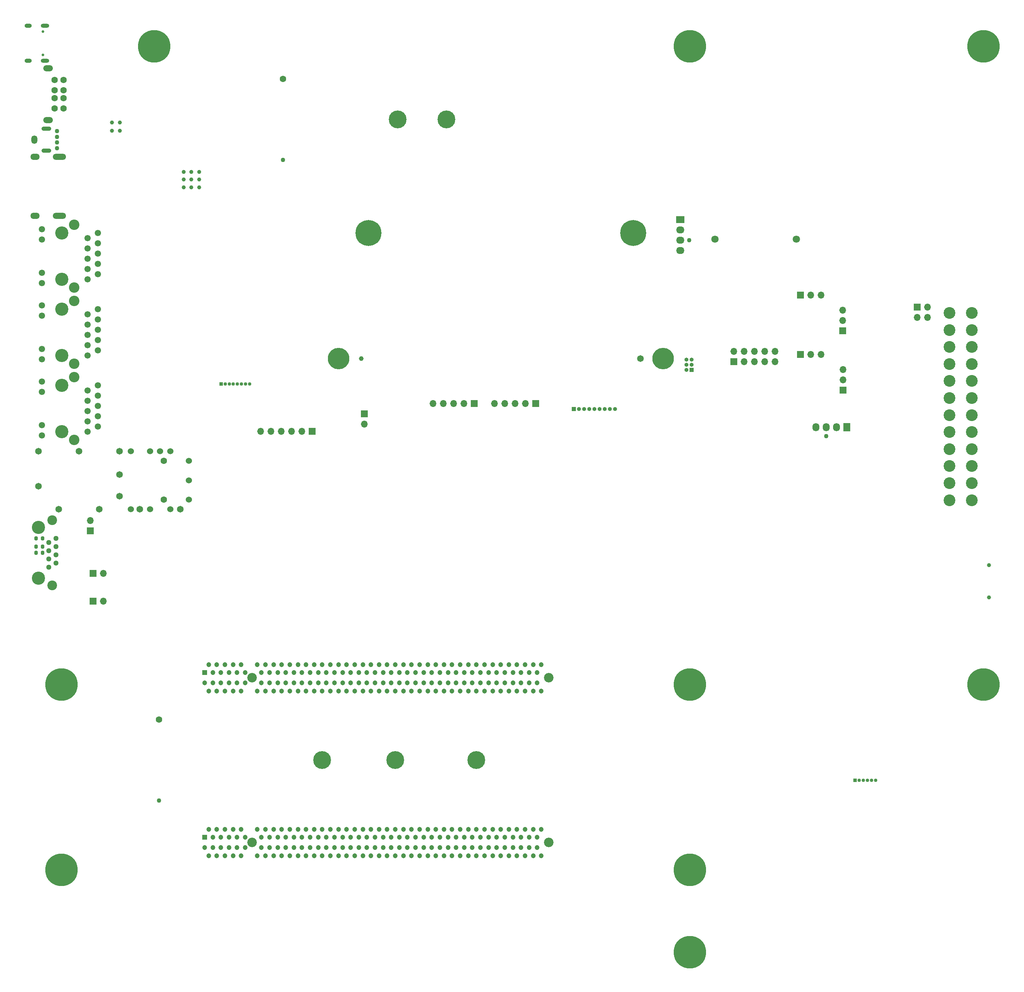
<source format=gbs>
G04 #@! TF.GenerationSoftware,KiCad,Pcbnew,7.0.8*
G04 #@! TF.CreationDate,2024-05-07T21:46:37+03:00*
G04 #@! TF.ProjectId,Tangenta,54616e67-656e-4746-912e-6b696361645f,rev?*
G04 #@! TF.SameCoordinates,Original*
G04 #@! TF.FileFunction,Soldermask,Bot*
G04 #@! TF.FilePolarity,Negative*
%FSLAX46Y46*%
G04 Gerber Fmt 4.6, Leading zero omitted, Abs format (unit mm)*
G04 Created by KiCad (PCBNEW 7.0.8) date 2024-05-07 21:46:37*
%MOMM*%
%LPD*%
G01*
G04 APERTURE LIST*
G04 Aperture macros list*
%AMRoundRect*
0 Rectangle with rounded corners*
0 $1 Rounding radius*
0 $2 $3 $4 $5 $6 $7 $8 $9 X,Y pos of 4 corners*
0 Add a 4 corners polygon primitive as box body*
4,1,4,$2,$3,$4,$5,$6,$7,$8,$9,$2,$3,0*
0 Add four circle primitives for the rounded corners*
1,1,$1+$1,$2,$3*
1,1,$1+$1,$4,$5*
1,1,$1+$1,$6,$7*
1,1,$1+$1,$8,$9*
0 Add four rect primitives between the rounded corners*
20,1,$1+$1,$2,$3,$4,$5,0*
20,1,$1+$1,$4,$5,$6,$7,0*
20,1,$1+$1,$6,$7,$8,$9,0*
20,1,$1+$1,$8,$9,$2,$3,0*%
G04 Aperture macros list end*
%ADD10R,1.700000X1.700000*%
%ADD11O,1.700000X1.700000*%
%ADD12C,1.600000*%
%ADD13C,1.000000*%
%ADD14C,1.100000*%
%ADD15C,0.900000*%
%ADD16C,8.000000*%
%ADD17C,2.350000*%
%ADD18R,1.200000X1.200000*%
%ADD19C,1.200000*%
%ADD20C,3.249987*%
%ADD21C,1.549403*%
%ADD22C,2.580645*%
%ADD23R,1.000000X1.000000*%
%ADD24O,1.000000X1.000000*%
%ADD25C,1.650000*%
%ADD26C,1.150000*%
%ADD27O,2.400000X1.100000*%
%ADD28O,1.500000X2.100000*%
%ADD29C,2.900000*%
%ADD30C,5.300000*%
%ADD31R,0.850000X0.850000*%
%ADD32O,0.850000X0.850000*%
%ADD33C,6.400000*%
%ADD34C,4.400000*%
%ADD35O,2.400000X1.500000*%
%ADD36C,0.649987*%
%ADD37O,2.100000X1.000000*%
%ADD38O,1.800000X1.000000*%
%ADD39R,1.730000X2.030000*%
%ADD40O,1.730000X2.030000*%
%ADD41C,1.295403*%
%ADD42C,2.400000*%
%ADD43C,1.650013*%
%ADD44C,1.524003*%
%ADD45O,3.300000X1.500000*%
%ADD46O,2.300000X1.500000*%
%ADD47C,1.800000*%
%ADD48R,2.030000X1.730000*%
%ADD49O,2.030000X1.730000*%
%ADD50RoundRect,0.200000X-0.200000X-0.275000X0.200000X-0.275000X0.200000X0.275000X-0.200000X0.275000X0*%
G04 APERTURE END LIST*
D10*
X52552600Y-153116200D03*
D11*
X52552600Y-150576200D03*
D12*
X70637527Y-135814298D03*
X70637527Y-145414248D03*
D13*
X59863586Y-52333873D03*
X57863586Y-52333873D03*
X59863586Y-54333873D03*
X57863586Y-54333873D03*
D14*
X69453000Y-219653600D03*
D12*
X69453000Y-199653600D03*
D13*
X274143910Y-169541962D03*
X274143910Y-161541962D03*
D10*
X147218400Y-121666000D03*
D11*
X144678400Y-121666000D03*
X142138400Y-121666000D03*
X139598400Y-121666000D03*
X137058400Y-121666000D03*
D15*
X197400000Y-257050000D03*
X198278680Y-254928680D03*
X198278680Y-259171320D03*
X200400000Y-254050000D03*
D16*
X200400000Y-257050000D03*
D15*
X200400000Y-260050000D03*
X202521320Y-254928680D03*
X202521320Y-259171320D03*
X203400000Y-257050000D03*
D17*
X92400000Y-189344000D03*
X165550000Y-189344000D03*
D18*
X80750000Y-188094000D03*
D19*
X81750000Y-186094000D03*
X82750000Y-188094000D03*
X83750000Y-186094000D03*
X84750000Y-188094000D03*
X85750000Y-186094000D03*
X86750000Y-188094000D03*
X87750000Y-186094000D03*
X88750000Y-188094000D03*
X89750000Y-186094000D03*
X90750000Y-188094000D03*
X93750000Y-186094000D03*
X94750000Y-188094000D03*
X95750000Y-186094000D03*
X96750000Y-188094000D03*
X97750000Y-186094000D03*
X98750000Y-188094000D03*
X99750000Y-186094000D03*
X100750000Y-188094000D03*
X101750000Y-186094000D03*
X102750000Y-188094000D03*
X103750000Y-186094000D03*
X104750000Y-188094000D03*
X105750000Y-186094000D03*
X106750000Y-188094000D03*
X107750000Y-186094000D03*
X108750000Y-188094000D03*
X109750000Y-186094000D03*
X110750000Y-188094000D03*
X111750000Y-186094000D03*
X112750000Y-188094000D03*
X113750000Y-186094000D03*
X114750000Y-188094000D03*
X115750000Y-186094000D03*
X116750000Y-188094000D03*
X117750000Y-186094000D03*
X118750000Y-188094000D03*
X119750000Y-186094000D03*
X120750000Y-188094000D03*
X121750000Y-186094000D03*
X122750000Y-188094000D03*
X123750000Y-186094000D03*
X124750000Y-188094000D03*
X125750000Y-186094000D03*
X126750000Y-188094000D03*
X127750000Y-186094000D03*
X128750000Y-188094000D03*
X129750000Y-186094000D03*
X130750000Y-188094000D03*
X131750000Y-186094000D03*
X132750000Y-188094000D03*
X133750000Y-186094000D03*
X134750000Y-188094000D03*
X135750000Y-186094000D03*
X136750000Y-188094000D03*
X137750000Y-186094000D03*
X138750000Y-188094000D03*
X139750000Y-186094000D03*
X140750000Y-188094000D03*
X141750000Y-186094000D03*
X142750000Y-188094000D03*
X143750000Y-186094000D03*
X144750000Y-188094000D03*
X145750000Y-186094000D03*
X146750000Y-188094000D03*
X147750000Y-186094000D03*
X148750000Y-188094000D03*
X149750000Y-186094000D03*
X150750000Y-188094000D03*
X151750000Y-186094000D03*
X152750000Y-188094000D03*
X153750000Y-186094000D03*
X154750000Y-188094000D03*
X155750000Y-186094000D03*
X156750000Y-188094000D03*
X157750000Y-186094000D03*
X158750000Y-188094000D03*
X159750000Y-186094000D03*
X160750000Y-188094000D03*
X161750000Y-186094000D03*
X162750000Y-188094000D03*
X163750000Y-186094000D03*
X80750000Y-190594000D03*
X81750000Y-192594000D03*
X82750000Y-190594000D03*
X83750000Y-192594000D03*
X84750000Y-190594000D03*
X85750000Y-192594000D03*
X86750000Y-190594000D03*
X87750000Y-192594000D03*
X88750000Y-190594000D03*
X89750000Y-192594000D03*
X90750000Y-190594000D03*
X93750000Y-192594000D03*
X94750000Y-190594000D03*
X95750000Y-192594000D03*
X96750000Y-190594000D03*
X97750000Y-192594000D03*
X98750000Y-190594000D03*
X99750000Y-192594000D03*
X100750000Y-190594000D03*
X101750000Y-192594000D03*
X102750000Y-190594000D03*
X103750000Y-192594000D03*
X104750000Y-190594000D03*
X105750000Y-192594000D03*
X106750000Y-190594000D03*
X107750000Y-192594000D03*
X108750000Y-190594000D03*
X109750000Y-192594000D03*
X110750000Y-190594000D03*
X111750000Y-192594000D03*
X112750000Y-190594000D03*
X113750000Y-192594000D03*
X114750000Y-190594000D03*
X115750000Y-192594000D03*
X116750000Y-190594000D03*
X117750000Y-192594000D03*
X118750000Y-190594000D03*
X119750000Y-192594000D03*
X120750000Y-190594000D03*
X121750000Y-192594000D03*
X122750000Y-190594000D03*
X123750000Y-192594000D03*
X124750000Y-190594000D03*
X125750000Y-192594000D03*
X126750000Y-190594000D03*
X127750000Y-192594000D03*
X128750000Y-190594000D03*
X129750000Y-192594000D03*
X130750000Y-190594000D03*
X131750000Y-192594000D03*
X132750000Y-190594000D03*
X133750000Y-192594000D03*
X134750000Y-190594000D03*
X135750000Y-192594000D03*
X136750000Y-190594000D03*
X137750000Y-192594000D03*
X138750000Y-190594000D03*
X139750000Y-192594000D03*
X140750000Y-190594000D03*
X141750000Y-192594000D03*
X142750000Y-190594000D03*
X143750000Y-192594000D03*
X144750000Y-190594000D03*
X145750000Y-192594000D03*
X146750000Y-190594000D03*
X147750000Y-192594000D03*
X148750000Y-190594000D03*
X149750000Y-192594000D03*
X150750000Y-190594000D03*
X151750000Y-192594000D03*
X152750000Y-190594000D03*
X153750000Y-192594000D03*
X154750000Y-190594000D03*
X155750000Y-192594000D03*
X156750000Y-190594000D03*
X157750000Y-192594000D03*
X158750000Y-190594000D03*
X159750000Y-192594000D03*
X160750000Y-190594000D03*
X161750000Y-192594000D03*
X162750000Y-190594000D03*
X163750000Y-192594000D03*
D14*
X100066000Y-61562000D03*
D12*
X100066000Y-41562000D03*
D20*
X45533924Y-98405899D03*
X45533924Y-109835921D03*
D21*
X54423942Y-98401073D03*
X51883937Y-99671075D03*
X54423942Y-100941078D03*
X51883937Y-102211080D03*
X54423942Y-103481083D03*
X51883937Y-104751085D03*
X54423942Y-106021088D03*
X51883937Y-107291090D03*
X54423942Y-108561093D03*
X51883937Y-109831095D03*
X40634000Y-97496069D03*
X40634000Y-100036074D03*
X40634000Y-108206000D03*
X40634000Y-110746005D03*
D22*
X48583962Y-96375927D03*
X48583962Y-111865893D03*
D10*
X120142000Y-124226400D03*
D11*
X120142000Y-126766400D03*
D23*
X200853200Y-113390600D03*
D24*
X199583200Y-113390600D03*
X200853200Y-112120600D03*
X199583200Y-112120600D03*
X200853200Y-110850600D03*
X199583200Y-110850600D03*
D25*
X188173000Y-110554000D03*
D26*
X119373000Y-110554000D03*
D15*
X197400000Y-191010000D03*
X198278680Y-188888680D03*
X198278680Y-193131320D03*
X200400000Y-188010000D03*
D16*
X200400000Y-191010000D03*
D15*
X200400000Y-194010000D03*
X202521320Y-188888680D03*
X202521320Y-193131320D03*
X203400000Y-191010000D03*
D20*
X45533924Y-117201899D03*
X45533924Y-128631921D03*
D21*
X54423942Y-117197073D03*
X51883937Y-118467075D03*
X54423942Y-119737078D03*
X51883937Y-121007080D03*
X54423942Y-122277083D03*
X51883937Y-123547085D03*
X54423942Y-124817088D03*
X51883937Y-126087090D03*
X54423942Y-127357093D03*
X51883937Y-128627095D03*
X40634000Y-116292069D03*
X40634000Y-118832074D03*
X40634000Y-127002000D03*
X40634000Y-129542005D03*
D22*
X48583962Y-115171927D03*
X48583962Y-130661893D03*
D13*
X79364000Y-64523000D03*
X77464000Y-64523000D03*
X75564000Y-64523000D03*
X79364000Y-66423000D03*
X77464000Y-66423000D03*
X75564000Y-66423000D03*
X79364000Y-68323000D03*
X77464000Y-68323000D03*
X75564000Y-68323000D03*
D10*
X211201000Y-111353600D03*
D11*
X211201000Y-108813600D03*
X213741000Y-111353600D03*
X213741000Y-108813600D03*
X216281000Y-111353600D03*
X216281000Y-108813600D03*
X218821000Y-111353600D03*
X218821000Y-108813600D03*
X221361000Y-111353600D03*
X221361000Y-108813600D03*
D14*
X44328975Y-54479949D03*
X44328975Y-55880000D03*
X44328975Y-57280050D03*
X44328975Y-58680101D03*
D27*
X41729025Y-53880000D03*
D28*
X38729025Y-56580025D03*
D27*
X41729025Y-59280050D03*
D10*
X256407000Y-97919000D03*
D11*
X258947000Y-97919000D03*
X256407000Y-100459000D03*
X258947000Y-100459000D03*
D29*
X264400000Y-145520051D03*
X264400000Y-141319899D03*
X264400000Y-137120000D03*
X264400000Y-132919848D03*
X264400000Y-128719950D03*
X264400000Y-124520051D03*
X264400000Y-120319899D03*
X264400000Y-116120000D03*
X264400000Y-111919848D03*
X264400000Y-107719950D03*
X264400000Y-103520051D03*
X264400000Y-99319899D03*
X269900128Y-145520051D03*
X269900128Y-141319899D03*
X269900128Y-137120000D03*
X269900128Y-132919848D03*
X269900128Y-128719950D03*
X269900128Y-124520051D03*
X269900128Y-120319899D03*
X269900128Y-116120000D03*
X269900128Y-111919848D03*
X269900128Y-107719950D03*
X269900128Y-103520051D03*
X269900128Y-99319899D03*
D10*
X238099600Y-103761000D03*
D11*
X238099600Y-101221000D03*
X238099600Y-98681000D03*
D30*
X113780000Y-110560000D03*
D31*
X241154200Y-214630000D03*
D32*
X242154200Y-214630000D03*
X243154200Y-214630000D03*
X244154200Y-214630000D03*
X245154200Y-214630000D03*
X246154200Y-214630000D03*
D17*
X92400000Y-229984000D03*
X165550000Y-229984000D03*
D18*
X80750000Y-228734000D03*
D19*
X81750000Y-226734000D03*
X82750000Y-228734000D03*
X83750000Y-226734000D03*
X84750000Y-228734000D03*
X85750000Y-226734000D03*
X86750000Y-228734000D03*
X87750000Y-226734000D03*
X88750000Y-228734000D03*
X89750000Y-226734000D03*
X90750000Y-228734000D03*
X93750000Y-226734000D03*
X94750000Y-228734000D03*
X95750000Y-226734000D03*
X96750000Y-228734000D03*
X97750000Y-226734000D03*
X98750000Y-228734000D03*
X99750000Y-226734000D03*
X100750000Y-228734000D03*
X101750000Y-226734000D03*
X102750000Y-228734000D03*
X103750000Y-226734000D03*
X104750000Y-228734000D03*
X105750000Y-226734000D03*
X106750000Y-228734000D03*
X107750000Y-226734000D03*
X108750000Y-228734000D03*
X109750000Y-226734000D03*
X110750000Y-228734000D03*
X111750000Y-226734000D03*
X112750000Y-228734000D03*
X113750000Y-226734000D03*
X114750000Y-228734000D03*
X115750000Y-226734000D03*
X116750000Y-228734000D03*
X117750000Y-226734000D03*
X118750000Y-228734000D03*
X119750000Y-226734000D03*
X120750000Y-228734000D03*
X121750000Y-226734000D03*
X122750000Y-228734000D03*
X123750000Y-226734000D03*
X124750000Y-228734000D03*
X125750000Y-226734000D03*
X126750000Y-228734000D03*
X127750000Y-226734000D03*
X128750000Y-228734000D03*
X129750000Y-226734000D03*
X130750000Y-228734000D03*
X131750000Y-226734000D03*
X132750000Y-228734000D03*
X133750000Y-226734000D03*
X134750000Y-228734000D03*
X135750000Y-226734000D03*
X136750000Y-228734000D03*
X137750000Y-226734000D03*
X138750000Y-228734000D03*
X139750000Y-226734000D03*
X140750000Y-228734000D03*
X141750000Y-226734000D03*
X142750000Y-228734000D03*
X143750000Y-226734000D03*
X144750000Y-228734000D03*
X145750000Y-226734000D03*
X146750000Y-228734000D03*
X147750000Y-226734000D03*
X148750000Y-228734000D03*
X149750000Y-226734000D03*
X150750000Y-228734000D03*
X151750000Y-226734000D03*
X152750000Y-228734000D03*
X153750000Y-226734000D03*
X154750000Y-228734000D03*
X155750000Y-226734000D03*
X156750000Y-228734000D03*
X157750000Y-226734000D03*
X158750000Y-228734000D03*
X159750000Y-226734000D03*
X160750000Y-228734000D03*
X161750000Y-226734000D03*
X162750000Y-228734000D03*
X163750000Y-226734000D03*
X80750000Y-231234000D03*
X81750000Y-233234000D03*
X82750000Y-231234000D03*
X83750000Y-233234000D03*
X84750000Y-231234000D03*
X85750000Y-233234000D03*
X86750000Y-231234000D03*
X87750000Y-233234000D03*
X88750000Y-231234000D03*
X89750000Y-233234000D03*
X90750000Y-231234000D03*
X93750000Y-233234000D03*
X94750000Y-231234000D03*
X95750000Y-233234000D03*
X96750000Y-231234000D03*
X97750000Y-233234000D03*
X98750000Y-231234000D03*
X99750000Y-233234000D03*
X100750000Y-231234000D03*
X101750000Y-233234000D03*
X102750000Y-231234000D03*
X103750000Y-233234000D03*
X104750000Y-231234000D03*
X105750000Y-233234000D03*
X106750000Y-231234000D03*
X107750000Y-233234000D03*
X108750000Y-231234000D03*
X109750000Y-233234000D03*
X110750000Y-231234000D03*
X111750000Y-233234000D03*
X112750000Y-231234000D03*
X113750000Y-233234000D03*
X114750000Y-231234000D03*
X115750000Y-233234000D03*
X116750000Y-231234000D03*
X117750000Y-233234000D03*
X118750000Y-231234000D03*
X119750000Y-233234000D03*
X120750000Y-231234000D03*
X121750000Y-233234000D03*
X122750000Y-231234000D03*
X123750000Y-233234000D03*
X124750000Y-231234000D03*
X125750000Y-233234000D03*
X126750000Y-231234000D03*
X127750000Y-233234000D03*
X128750000Y-231234000D03*
X129750000Y-233234000D03*
X130750000Y-231234000D03*
X131750000Y-233234000D03*
X132750000Y-231234000D03*
X133750000Y-233234000D03*
X134750000Y-231234000D03*
X135750000Y-233234000D03*
X136750000Y-231234000D03*
X137750000Y-233234000D03*
X138750000Y-231234000D03*
X139750000Y-233234000D03*
X140750000Y-231234000D03*
X141750000Y-233234000D03*
X142750000Y-231234000D03*
X143750000Y-233234000D03*
X144750000Y-231234000D03*
X145750000Y-233234000D03*
X146750000Y-231234000D03*
X147750000Y-233234000D03*
X148750000Y-231234000D03*
X149750000Y-233234000D03*
X150750000Y-231234000D03*
X151750000Y-233234000D03*
X152750000Y-231234000D03*
X153750000Y-233234000D03*
X154750000Y-231234000D03*
X155750000Y-233234000D03*
X156750000Y-231234000D03*
X157750000Y-233234000D03*
X158750000Y-231234000D03*
X159750000Y-233234000D03*
X160750000Y-231234000D03*
X161750000Y-233234000D03*
X162750000Y-231234000D03*
X163750000Y-233234000D03*
D15*
X197400000Y-33530000D03*
X198278680Y-31408680D03*
X198278680Y-35651320D03*
X200400000Y-30530000D03*
D16*
X200400000Y-33530000D03*
D15*
X200400000Y-36530000D03*
X202521320Y-31408680D03*
X202521320Y-35651320D03*
X203400000Y-33530000D03*
D31*
X84815800Y-116814600D03*
D32*
X85815800Y-116814600D03*
X86815800Y-116814600D03*
X87815800Y-116814600D03*
X88815800Y-116814600D03*
X89815800Y-116814600D03*
X90815800Y-116814600D03*
X91815800Y-116814600D03*
D15*
X197400000Y-236730000D03*
X198278680Y-234608680D03*
X198278680Y-238851320D03*
X200400000Y-233730000D03*
D16*
X200400000Y-236730000D03*
D15*
X200400000Y-239730000D03*
X202521320Y-234608680D03*
X202521320Y-238851320D03*
X203400000Y-236730000D03*
D33*
X121180000Y-79560000D03*
D10*
X53208000Y-163601400D03*
D11*
X55748000Y-163601400D03*
D15*
X65320000Y-33530000D03*
X66198680Y-31408680D03*
X66198680Y-35651320D03*
X68320000Y-30530000D03*
D16*
X68320000Y-33530000D03*
D15*
X68320000Y-36530000D03*
X70441320Y-31408680D03*
X70441320Y-35651320D03*
X71320000Y-33530000D03*
D34*
X127706000Y-209619600D03*
D12*
X45935863Y-41838854D03*
X45935863Y-44338727D03*
X45935863Y-46338727D03*
X45935863Y-48838854D03*
X43735964Y-41838854D03*
X43735964Y-44338727D03*
X43735964Y-46338727D03*
X43735964Y-48838854D03*
D35*
X42186053Y-51738778D03*
X42186053Y-38938676D03*
D36*
X40855873Y-29866035D03*
X40866034Y-35665883D03*
D37*
X41356000Y-28445918D03*
D38*
X37205886Y-28445918D03*
D37*
X41356000Y-37086000D03*
D38*
X37205886Y-37086000D03*
D10*
X238111300Y-118389400D03*
D11*
X238111300Y-115849400D03*
X238111300Y-113309400D03*
D14*
X233959400Y-129693400D03*
D39*
X239039400Y-127533400D03*
D40*
X236499400Y-127533400D03*
X233959400Y-127533400D03*
X231419400Y-127533400D03*
D20*
X39744995Y-164800008D03*
X39744995Y-152200058D03*
D41*
X42285000Y-162070010D03*
X44064782Y-161049944D03*
X42285000Y-160030132D03*
X44064782Y-159010066D03*
X42285000Y-157990000D03*
X44064782Y-156969934D03*
X42285000Y-155950122D03*
X44064782Y-154930056D03*
D42*
X43174764Y-150449995D03*
X43174764Y-166550071D03*
D43*
X39778000Y-133479000D03*
X49778000Y-133479000D03*
X59778000Y-133479000D03*
D44*
X62577847Y-133479000D03*
X67277873Y-133479000D03*
X69778000Y-133479000D03*
X72277873Y-133479000D03*
X76877822Y-135808946D03*
X76877822Y-140609048D03*
X76877822Y-145409150D03*
D43*
X74778000Y-147728936D03*
D44*
X72277873Y-147728936D03*
X67277873Y-147728936D03*
D43*
X64778000Y-147728936D03*
D44*
X62577847Y-147728936D03*
D43*
X54778000Y-147728936D03*
X44778000Y-147728936D03*
X39778000Y-142059137D03*
X59778000Y-144559010D03*
X59778000Y-139158959D03*
D34*
X147706000Y-209619600D03*
D10*
X162407600Y-121666000D03*
D11*
X159867600Y-121666000D03*
X157327600Y-121666000D03*
X154787600Y-121666000D03*
X152247600Y-121666000D03*
D45*
X44967019Y-60835000D03*
D46*
X38967019Y-60835000D03*
D45*
X44967019Y-75335128D03*
D46*
X38967019Y-75335128D03*
D47*
X226611073Y-81102225D03*
X206611327Y-81102225D03*
D30*
X193780000Y-110560000D03*
D15*
X269790000Y-33530000D03*
X270668680Y-31408680D03*
X270668680Y-35651320D03*
X272790000Y-30530000D03*
D16*
X272790000Y-33530000D03*
D15*
X272790000Y-36530000D03*
X274911320Y-31408680D03*
X274911320Y-35651320D03*
X275790000Y-33530000D03*
X42460000Y-236730000D03*
X43338680Y-234608680D03*
X43338680Y-238851320D03*
X45460000Y-233730000D03*
D16*
X45460000Y-236730000D03*
D15*
X45460000Y-239730000D03*
X47581320Y-234608680D03*
X47581320Y-238851320D03*
X48460000Y-236730000D03*
D23*
X171805600Y-123063000D03*
D24*
X173075600Y-123063000D03*
X174345600Y-123063000D03*
X175615600Y-123063000D03*
X176885600Y-123063000D03*
X178155600Y-123063000D03*
X179425600Y-123063000D03*
X180695600Y-123063000D03*
X181965600Y-123063000D03*
D10*
X227609400Y-94921800D03*
D11*
X230149400Y-94921800D03*
X232689400Y-94921800D03*
D10*
X53208000Y-170484800D03*
D11*
X55748000Y-170484800D03*
D33*
X186380000Y-79560000D03*
D10*
X107213400Y-128549400D03*
D11*
X104673400Y-128549400D03*
X102133400Y-128549400D03*
X99593400Y-128549400D03*
X97053400Y-128549400D03*
X94513400Y-128549400D03*
D34*
X109706000Y-209619600D03*
D15*
X269790000Y-191010000D03*
X270668680Y-188888680D03*
X270668680Y-193131320D03*
X272790000Y-188010000D03*
D16*
X272790000Y-191010000D03*
D15*
X272790000Y-194010000D03*
X274911320Y-188888680D03*
X274911320Y-193131320D03*
X275790000Y-191010000D03*
X42460000Y-191010000D03*
X43338680Y-188888680D03*
X43338680Y-193131320D03*
X45460000Y-188010000D03*
D16*
X45460000Y-191010000D03*
D15*
X45460000Y-194010000D03*
X47581320Y-188888680D03*
X47581320Y-193131320D03*
X48460000Y-191010000D03*
D20*
X45533924Y-79609899D03*
X45533924Y-91039921D03*
D21*
X54423942Y-79605073D03*
X51883937Y-80875075D03*
X54423942Y-82145078D03*
X51883937Y-83415080D03*
X54423942Y-84685083D03*
X51883937Y-85955085D03*
X54423942Y-87225088D03*
X51883937Y-88495090D03*
X54423942Y-89765093D03*
X51883937Y-91035095D03*
X40634000Y-78700069D03*
X40634000Y-81240074D03*
X40634000Y-89410000D03*
X40634000Y-91950005D03*
D22*
X48583962Y-77579927D03*
X48583962Y-93069893D03*
D34*
X140320000Y-51564000D03*
D14*
X200178400Y-81407000D03*
D48*
X198018400Y-76327000D03*
D49*
X198018400Y-78867000D03*
X198018400Y-81407000D03*
X198018400Y-83947000D03*
D34*
X128320000Y-51564000D03*
D10*
X227621100Y-109575600D03*
D11*
X230161100Y-109575600D03*
X232701100Y-109575600D03*
D50*
X39142400Y-156972000D03*
X40792400Y-156972000D03*
X39154600Y-154940000D03*
X40804600Y-154940000D03*
X39154600Y-158521400D03*
X40804600Y-158521400D03*
M02*

</source>
